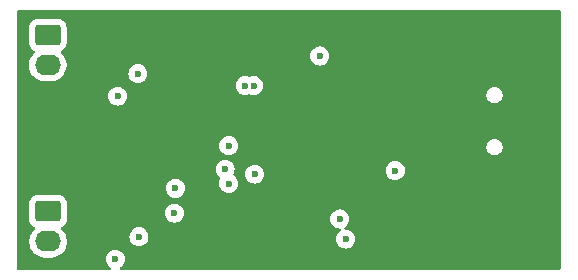
<source format=gbr>
%TF.GenerationSoftware,KiCad,Pcbnew,8.0.6*%
%TF.CreationDate,2025-02-16T10:37:52+01:00*%
%TF.ProjectId,USBTempLogger,55534254-656d-4704-9c6f-676765722e6b,rev?*%
%TF.SameCoordinates,Original*%
%TF.FileFunction,Copper,L2,Inr*%
%TF.FilePolarity,Positive*%
%FSLAX46Y46*%
G04 Gerber Fmt 4.6, Leading zero omitted, Abs format (unit mm)*
G04 Created by KiCad (PCBNEW 8.0.6) date 2025-02-16 10:37:52*
%MOMM*%
%LPD*%
G01*
G04 APERTURE LIST*
G04 Aperture macros list*
%AMRoundRect*
0 Rectangle with rounded corners*
0 $1 Rounding radius*
0 $2 $3 $4 $5 $6 $7 $8 $9 X,Y pos of 4 corners*
0 Add a 4 corners polygon primitive as box body*
4,1,4,$2,$3,$4,$5,$6,$7,$8,$9,$2,$3,0*
0 Add four circle primitives for the rounded corners*
1,1,$1+$1,$2,$3*
1,1,$1+$1,$4,$5*
1,1,$1+$1,$6,$7*
1,1,$1+$1,$8,$9*
0 Add four rect primitives between the rounded corners*
20,1,$1+$1,$2,$3,$4,$5,0*
20,1,$1+$1,$4,$5,$6,$7,0*
20,1,$1+$1,$6,$7,$8,$9,0*
20,1,$1+$1,$8,$9,$2,$3,0*%
G04 Aperture macros list end*
%TA.AperFunction,ComponentPad*%
%ADD10RoundRect,0.250000X-0.845000X0.620000X-0.845000X-0.620000X0.845000X-0.620000X0.845000X0.620000X0*%
%TD*%
%TA.AperFunction,ComponentPad*%
%ADD11O,2.190000X1.740000*%
%TD*%
%TA.AperFunction,ViaPad*%
%ADD12C,0.600000*%
%TD*%
G04 APERTURE END LIST*
D10*
%TO.N,Net-(IC2-T-)*%
%TO.C,J4*%
X140100000Y-102560000D03*
D11*
%TO.N,Net-(IC2-T+)*%
X140100000Y-105100000D03*
%TD*%
D10*
%TO.N,Net-(IC1-T-)*%
%TO.C,J1*%
X140080000Y-87630000D03*
D11*
%TO.N,Net-(IC1-T+)*%
X140080000Y-90170000D03*
%TD*%
D12*
%TO.N,GNDD*%
X171600000Y-101200000D03*
X167900000Y-88100000D03*
X147800000Y-87200000D03*
X149400000Y-92900000D03*
X153200000Y-92200000D03*
X162700000Y-105900000D03*
X162536500Y-93502601D03*
X159300000Y-93400000D03*
X168307485Y-94495657D03*
X167100000Y-104600000D03*
X153400000Y-93900000D03*
X151600000Y-99000000D03*
X147900000Y-100900000D03*
X173700000Y-94100000D03*
X149300000Y-106600000D03*
X157200000Y-95500000D03*
X166300000Y-99500000D03*
%TO.N,+3V3*%
X147800000Y-104700000D03*
X147700000Y-90900000D03*
X155400000Y-97000000D03*
X155400000Y-100200000D03*
X146000000Y-92800000D03*
X157500000Y-91900000D03*
X156800000Y-91900000D03*
X145800000Y-106600000D03*
X164800000Y-103200000D03*
X169500000Y-99100000D03*
X155100000Y-99000000D03*
X165300000Y-104900000D03*
%TO.N,NRST*%
X163100000Y-89400000D03*
X157600000Y-99400000D03*
%TO.N,SCK*%
X150800000Y-102700000D03*
X150890500Y-100600000D03*
%TD*%
%TA.AperFunction,Conductor*%
%TO.N,GNDD*%
G36*
X183442539Y-85520185D02*
G01*
X183488294Y-85572989D01*
X183499500Y-85624500D01*
X183499500Y-107375500D01*
X183479815Y-107442539D01*
X183427011Y-107488294D01*
X183375500Y-107499500D01*
X146303476Y-107499500D01*
X146236437Y-107479815D01*
X146190682Y-107427011D01*
X146180738Y-107357853D01*
X146209763Y-107294297D01*
X146237504Y-107270506D01*
X146302262Y-107229816D01*
X146429816Y-107102262D01*
X146525789Y-106949522D01*
X146585368Y-106779255D01*
X146605565Y-106600000D01*
X146585368Y-106420745D01*
X146525789Y-106250478D01*
X146429816Y-106097738D01*
X146302262Y-105970184D01*
X146149523Y-105874211D01*
X145979254Y-105814631D01*
X145979249Y-105814630D01*
X145800004Y-105794435D01*
X145799996Y-105794435D01*
X145620750Y-105814630D01*
X145620745Y-105814631D01*
X145450476Y-105874211D01*
X145297737Y-105970184D01*
X145170184Y-106097737D01*
X145074211Y-106250476D01*
X145014631Y-106420745D01*
X145014630Y-106420750D01*
X144994435Y-106599996D01*
X144994435Y-106600003D01*
X145014630Y-106779249D01*
X145014631Y-106779254D01*
X145074211Y-106949523D01*
X145170184Y-107102262D01*
X145297738Y-107229816D01*
X145362496Y-107270506D01*
X145408787Y-107322841D01*
X145419435Y-107391894D01*
X145391060Y-107455743D01*
X145332670Y-107494115D01*
X145296524Y-107499500D01*
X137624500Y-107499500D01*
X137557461Y-107479815D01*
X137511706Y-107427011D01*
X137500500Y-107375500D01*
X137500500Y-101889983D01*
X138504500Y-101889983D01*
X138504500Y-103230001D01*
X138504501Y-103230018D01*
X138515000Y-103332796D01*
X138515001Y-103332799D01*
X138565558Y-103485368D01*
X138570186Y-103499334D01*
X138662288Y-103648656D01*
X138786344Y-103772712D01*
X138935666Y-103864814D01*
X138935668Y-103864814D01*
X138935669Y-103864815D01*
X138936348Y-103865132D01*
X138936735Y-103865473D01*
X138941813Y-103868605D01*
X138941277Y-103869472D01*
X138988787Y-103911304D01*
X139007939Y-103978498D01*
X138987723Y-104045379D01*
X138971625Y-104065195D01*
X138829640Y-104207180D01*
X138702843Y-104381700D01*
X138604909Y-104573908D01*
X138538245Y-104779077D01*
X138504500Y-104992133D01*
X138504500Y-105207866D01*
X138535290Y-105402262D01*
X138538246Y-105420926D01*
X138604908Y-105626089D01*
X138702843Y-105818299D01*
X138829641Y-105992821D01*
X138982179Y-106145359D01*
X139156701Y-106272157D01*
X139348911Y-106370092D01*
X139554074Y-106436754D01*
X139633973Y-106449408D01*
X139767134Y-106470500D01*
X139767139Y-106470500D01*
X140432866Y-106470500D01*
X140551230Y-106451752D01*
X140645926Y-106436754D01*
X140851089Y-106370092D01*
X141043299Y-106272157D01*
X141217821Y-106145359D01*
X141370359Y-105992821D01*
X141497157Y-105818299D01*
X141595092Y-105626089D01*
X141661754Y-105420926D01*
X141676752Y-105326230D01*
X141695500Y-105207866D01*
X141695500Y-104992133D01*
X141661754Y-104779077D01*
X141661754Y-104779074D01*
X141636060Y-104699996D01*
X146994435Y-104699996D01*
X146994435Y-104700003D01*
X147014630Y-104879249D01*
X147014631Y-104879254D01*
X147074211Y-105049523D01*
X147170184Y-105202262D01*
X147297738Y-105329816D01*
X147388080Y-105386582D01*
X147442738Y-105420926D01*
X147450478Y-105425789D01*
X147620745Y-105485368D01*
X147620750Y-105485369D01*
X147799996Y-105505565D01*
X147800000Y-105505565D01*
X147800004Y-105505565D01*
X147979249Y-105485369D01*
X147979252Y-105485368D01*
X147979255Y-105485368D01*
X148149522Y-105425789D01*
X148302262Y-105329816D01*
X148429816Y-105202262D01*
X148525789Y-105049522D01*
X148585368Y-104879255D01*
X148585369Y-104879249D01*
X148605565Y-104700003D01*
X148605565Y-104699996D01*
X148585369Y-104520750D01*
X148585368Y-104520745D01*
X148542326Y-104397738D01*
X148525789Y-104350478D01*
X148429816Y-104197738D01*
X148302262Y-104070184D01*
X148294322Y-104065195D01*
X148149523Y-103974211D01*
X147979254Y-103914631D01*
X147979249Y-103914630D01*
X147800004Y-103894435D01*
X147799996Y-103894435D01*
X147620750Y-103914630D01*
X147620745Y-103914631D01*
X147450476Y-103974211D01*
X147297737Y-104070184D01*
X147170184Y-104197737D01*
X147074211Y-104350476D01*
X147014631Y-104520745D01*
X147014630Y-104520750D01*
X146994435Y-104699996D01*
X141636060Y-104699996D01*
X141595092Y-104573911D01*
X141497157Y-104381701D01*
X141370359Y-104207179D01*
X141228375Y-104065195D01*
X141194890Y-104003872D01*
X141199874Y-103934180D01*
X141241746Y-103878247D01*
X141263657Y-103865129D01*
X141264322Y-103864817D01*
X141264334Y-103864814D01*
X141413656Y-103772712D01*
X141537712Y-103648656D01*
X141629814Y-103499334D01*
X141684999Y-103332797D01*
X141695500Y-103230009D01*
X141695500Y-102699996D01*
X149994435Y-102699996D01*
X149994435Y-102700003D01*
X150014630Y-102879249D01*
X150014631Y-102879254D01*
X150074211Y-103049523D01*
X150168760Y-103199996D01*
X150170184Y-103202262D01*
X150297738Y-103329816D01*
X150450478Y-103425789D01*
X150620745Y-103485368D01*
X150620750Y-103485369D01*
X150799996Y-103505565D01*
X150800000Y-103505565D01*
X150800004Y-103505565D01*
X150979249Y-103485369D01*
X150979252Y-103485368D01*
X150979255Y-103485368D01*
X151149522Y-103425789D01*
X151302262Y-103329816D01*
X151429816Y-103202262D01*
X151431240Y-103199996D01*
X163994435Y-103199996D01*
X163994435Y-103200003D01*
X164014630Y-103379249D01*
X164014631Y-103379254D01*
X164074211Y-103549523D01*
X164170184Y-103702262D01*
X164297738Y-103829816D01*
X164377106Y-103879686D01*
X164432721Y-103914632D01*
X164450478Y-103925789D01*
X164489925Y-103939592D01*
X164620745Y-103985368D01*
X164620750Y-103985369D01*
X164803041Y-104005908D01*
X164867455Y-104032974D01*
X164907010Y-104090569D01*
X164909148Y-104160406D01*
X164873190Y-104220312D01*
X164855131Y-104234121D01*
X164797739Y-104270182D01*
X164670184Y-104397737D01*
X164574211Y-104550476D01*
X164514631Y-104720745D01*
X164514630Y-104720750D01*
X164494435Y-104899996D01*
X164494435Y-104900003D01*
X164514630Y-105079249D01*
X164514631Y-105079254D01*
X164574211Y-105249523D01*
X164624662Y-105329815D01*
X164670184Y-105402262D01*
X164797738Y-105529816D01*
X164950478Y-105625789D01*
X165120745Y-105685368D01*
X165120750Y-105685369D01*
X165299996Y-105705565D01*
X165300000Y-105705565D01*
X165300004Y-105705565D01*
X165479249Y-105685369D01*
X165479252Y-105685368D01*
X165479255Y-105685368D01*
X165649522Y-105625789D01*
X165802262Y-105529816D01*
X165929816Y-105402262D01*
X166025789Y-105249522D01*
X166085368Y-105079255D01*
X166095184Y-104992139D01*
X166105565Y-104900003D01*
X166105565Y-104899996D01*
X166085369Y-104720750D01*
X166085368Y-104720745D01*
X166078108Y-104699996D01*
X166025789Y-104550478D01*
X166007106Y-104520745D01*
X165929815Y-104397737D01*
X165802262Y-104270184D01*
X165649523Y-104174211D01*
X165479254Y-104114631D01*
X165479250Y-104114630D01*
X165296957Y-104094091D01*
X165232543Y-104067024D01*
X165192988Y-104009429D01*
X165190851Y-103939592D01*
X165226809Y-103879686D01*
X165244856Y-103865886D01*
X165302262Y-103829816D01*
X165429816Y-103702262D01*
X165525789Y-103549522D01*
X165585368Y-103379255D01*
X165585369Y-103379249D01*
X165605565Y-103200003D01*
X165605565Y-103199996D01*
X165585369Y-103020750D01*
X165585368Y-103020745D01*
X165525789Y-102850478D01*
X165429816Y-102697738D01*
X165302262Y-102570184D01*
X165149523Y-102474211D01*
X164979254Y-102414631D01*
X164979249Y-102414630D01*
X164800004Y-102394435D01*
X164799996Y-102394435D01*
X164620750Y-102414630D01*
X164620745Y-102414631D01*
X164450476Y-102474211D01*
X164297737Y-102570184D01*
X164170184Y-102697737D01*
X164074211Y-102850476D01*
X164014631Y-103020745D01*
X164014630Y-103020750D01*
X163994435Y-103199996D01*
X151431240Y-103199996D01*
X151525789Y-103049522D01*
X151585368Y-102879255D01*
X151585369Y-102879249D01*
X151605565Y-102700003D01*
X151605565Y-102699996D01*
X151585369Y-102520750D01*
X151585368Y-102520745D01*
X151525788Y-102350476D01*
X151429815Y-102197737D01*
X151302262Y-102070184D01*
X151149523Y-101974211D01*
X150979254Y-101914631D01*
X150979249Y-101914630D01*
X150800004Y-101894435D01*
X150799996Y-101894435D01*
X150620750Y-101914630D01*
X150620745Y-101914631D01*
X150450476Y-101974211D01*
X150297737Y-102070184D01*
X150170184Y-102197737D01*
X150074211Y-102350476D01*
X150014631Y-102520745D01*
X150014630Y-102520750D01*
X149994435Y-102699996D01*
X141695500Y-102699996D01*
X141695499Y-101889992D01*
X141684999Y-101787203D01*
X141629814Y-101620666D01*
X141537712Y-101471344D01*
X141413656Y-101347288D01*
X141264334Y-101255186D01*
X141097797Y-101200001D01*
X141097795Y-101200000D01*
X140995010Y-101189500D01*
X139204998Y-101189500D01*
X139204981Y-101189501D01*
X139102203Y-101200000D01*
X139102200Y-101200001D01*
X138935668Y-101255185D01*
X138935663Y-101255187D01*
X138786342Y-101347289D01*
X138662289Y-101471342D01*
X138570187Y-101620663D01*
X138570186Y-101620666D01*
X138515001Y-101787203D01*
X138515001Y-101787204D01*
X138515000Y-101787204D01*
X138504500Y-101889983D01*
X137500500Y-101889983D01*
X137500500Y-100599996D01*
X150084935Y-100599996D01*
X150084935Y-100600003D01*
X150105130Y-100779249D01*
X150105131Y-100779254D01*
X150164711Y-100949523D01*
X150187235Y-100985369D01*
X150260684Y-101102262D01*
X150388238Y-101229816D01*
X150540978Y-101325789D01*
X150711245Y-101385368D01*
X150711250Y-101385369D01*
X150890496Y-101405565D01*
X150890500Y-101405565D01*
X150890504Y-101405565D01*
X151069749Y-101385369D01*
X151069752Y-101385368D01*
X151069755Y-101385368D01*
X151240022Y-101325789D01*
X151392762Y-101229816D01*
X151520316Y-101102262D01*
X151616289Y-100949522D01*
X151675868Y-100779255D01*
X151696065Y-100600000D01*
X151675868Y-100420745D01*
X151616289Y-100250478D01*
X151520316Y-100097738D01*
X151392762Y-99970184D01*
X151289922Y-99905565D01*
X151240023Y-99874211D01*
X151069754Y-99814631D01*
X151069749Y-99814630D01*
X150890504Y-99794435D01*
X150890496Y-99794435D01*
X150711250Y-99814630D01*
X150711245Y-99814631D01*
X150540976Y-99874211D01*
X150388237Y-99970184D01*
X150260684Y-100097737D01*
X150164711Y-100250476D01*
X150105131Y-100420745D01*
X150105130Y-100420750D01*
X150084935Y-100599996D01*
X137500500Y-100599996D01*
X137500500Y-98999996D01*
X154294435Y-98999996D01*
X154294435Y-99000003D01*
X154314630Y-99179249D01*
X154314631Y-99179254D01*
X154374211Y-99349523D01*
X154470184Y-99502262D01*
X154597740Y-99629818D01*
X154646974Y-99660753D01*
X154693266Y-99713087D01*
X154703915Y-99782141D01*
X154685999Y-99831715D01*
X154674210Y-99850478D01*
X154614633Y-100020737D01*
X154614630Y-100020750D01*
X154594435Y-100199996D01*
X154594435Y-100200003D01*
X154614630Y-100379249D01*
X154614631Y-100379254D01*
X154674211Y-100549523D01*
X154705926Y-100599996D01*
X154770184Y-100702262D01*
X154897738Y-100829816D01*
X155050478Y-100925789D01*
X155118306Y-100949523D01*
X155220745Y-100985368D01*
X155220750Y-100985369D01*
X155399996Y-101005565D01*
X155400000Y-101005565D01*
X155400004Y-101005565D01*
X155579249Y-100985369D01*
X155579252Y-100985368D01*
X155579255Y-100985368D01*
X155749522Y-100925789D01*
X155902262Y-100829816D01*
X156029816Y-100702262D01*
X156125789Y-100549522D01*
X156185368Y-100379255D01*
X156205565Y-100200000D01*
X156203916Y-100185369D01*
X156185369Y-100020750D01*
X156185368Y-100020745D01*
X156137998Y-99885369D01*
X156125789Y-99850478D01*
X156113999Y-99831715D01*
X156047816Y-99726385D01*
X156029816Y-99697738D01*
X155902262Y-99570184D01*
X155902260Y-99570182D01*
X155853022Y-99539244D01*
X155806732Y-99486910D01*
X155796084Y-99417856D01*
X155802539Y-99399996D01*
X156794435Y-99399996D01*
X156794435Y-99400003D01*
X156814630Y-99579249D01*
X156814631Y-99579254D01*
X156874211Y-99749523D01*
X156937646Y-99850478D01*
X156970184Y-99902262D01*
X157097738Y-100029816D01*
X157188080Y-100086582D01*
X157205833Y-100097737D01*
X157250478Y-100125789D01*
X157420745Y-100185368D01*
X157420750Y-100185369D01*
X157599996Y-100205565D01*
X157600000Y-100205565D01*
X157600004Y-100205565D01*
X157779249Y-100185369D01*
X157779252Y-100185368D01*
X157779255Y-100185368D01*
X157949522Y-100125789D01*
X158102262Y-100029816D01*
X158229816Y-99902262D01*
X158325789Y-99749522D01*
X158385368Y-99579255D01*
X158386390Y-99570184D01*
X158405565Y-99400003D01*
X158405565Y-99399996D01*
X158385369Y-99220750D01*
X158385368Y-99220745D01*
X158370848Y-99179249D01*
X158343116Y-99099996D01*
X168694435Y-99099996D01*
X168694435Y-99100003D01*
X168714630Y-99279249D01*
X168714631Y-99279254D01*
X168774211Y-99449523D01*
X168830587Y-99539244D01*
X168870184Y-99602262D01*
X168997738Y-99729816D01*
X169081013Y-99782141D01*
X169132721Y-99814632D01*
X169150478Y-99825789D01*
X169288860Y-99874211D01*
X169320745Y-99885368D01*
X169320750Y-99885369D01*
X169499996Y-99905565D01*
X169500000Y-99905565D01*
X169500004Y-99905565D01*
X169679249Y-99885369D01*
X169679252Y-99885368D01*
X169679255Y-99885368D01*
X169849522Y-99825789D01*
X170002262Y-99729816D01*
X170129816Y-99602262D01*
X170225789Y-99449522D01*
X170285368Y-99279255D01*
X170291960Y-99220750D01*
X170305565Y-99100003D01*
X170305565Y-99099996D01*
X170285369Y-98920750D01*
X170285368Y-98920745D01*
X170225789Y-98750478D01*
X170129816Y-98597738D01*
X170002262Y-98470184D01*
X169849523Y-98374211D01*
X169679254Y-98314631D01*
X169679249Y-98314630D01*
X169500004Y-98294435D01*
X169499996Y-98294435D01*
X169320750Y-98314630D01*
X169320745Y-98314631D01*
X169150476Y-98374211D01*
X168997737Y-98470184D01*
X168870184Y-98597737D01*
X168774211Y-98750476D01*
X168714631Y-98920745D01*
X168714630Y-98920750D01*
X168694435Y-99099996D01*
X158343116Y-99099996D01*
X158325789Y-99050478D01*
X158229816Y-98897738D01*
X158102262Y-98770184D01*
X158070897Y-98750476D01*
X157949523Y-98674211D01*
X157779254Y-98614631D01*
X157779249Y-98614630D01*
X157600004Y-98594435D01*
X157599996Y-98594435D01*
X157420750Y-98614630D01*
X157420745Y-98614631D01*
X157250476Y-98674211D01*
X157097737Y-98770184D01*
X156970184Y-98897737D01*
X156874211Y-99050476D01*
X156814631Y-99220745D01*
X156814630Y-99220750D01*
X156794435Y-99399996D01*
X155802539Y-99399996D01*
X155814001Y-99368282D01*
X155825789Y-99349522D01*
X155885368Y-99179255D01*
X155885369Y-99179249D01*
X155905565Y-99000003D01*
X155905565Y-98999996D01*
X155885369Y-98820750D01*
X155885368Y-98820745D01*
X155867676Y-98770184D01*
X155825789Y-98650478D01*
X155803265Y-98614632D01*
X155729815Y-98497737D01*
X155602262Y-98370184D01*
X155449523Y-98274211D01*
X155279254Y-98214631D01*
X155279249Y-98214630D01*
X155100004Y-98194435D01*
X155099996Y-98194435D01*
X154920750Y-98214630D01*
X154920745Y-98214631D01*
X154750476Y-98274211D01*
X154597737Y-98370184D01*
X154470184Y-98497737D01*
X154374211Y-98650476D01*
X154314631Y-98820745D01*
X154314630Y-98820750D01*
X154294435Y-98999996D01*
X137500500Y-98999996D01*
X137500500Y-96999996D01*
X154594435Y-96999996D01*
X154594435Y-97000003D01*
X154614630Y-97179249D01*
X154614631Y-97179254D01*
X154674211Y-97349523D01*
X154725920Y-97431817D01*
X154770184Y-97502262D01*
X154897738Y-97629816D01*
X155050478Y-97725789D01*
X155187051Y-97773578D01*
X155220745Y-97785368D01*
X155220750Y-97785369D01*
X155399996Y-97805565D01*
X155400000Y-97805565D01*
X155400004Y-97805565D01*
X155579249Y-97785369D01*
X155579252Y-97785368D01*
X155579255Y-97785368D01*
X155749522Y-97725789D01*
X155902262Y-97629816D01*
X156029816Y-97502262D01*
X156125789Y-97349522D01*
X156185368Y-97179255D01*
X156186524Y-97168995D01*
X177199499Y-97168995D01*
X177226418Y-97304322D01*
X177226421Y-97304332D01*
X177279221Y-97431804D01*
X177279228Y-97431817D01*
X177355885Y-97546541D01*
X177355888Y-97546545D01*
X177453454Y-97644111D01*
X177453458Y-97644114D01*
X177568182Y-97720771D01*
X177568195Y-97720778D01*
X177695667Y-97773578D01*
X177695672Y-97773580D01*
X177695676Y-97773580D01*
X177695677Y-97773581D01*
X177831004Y-97800500D01*
X177831007Y-97800500D01*
X177968995Y-97800500D01*
X178060041Y-97782389D01*
X178104328Y-97773580D01*
X178231811Y-97720775D01*
X178346542Y-97644114D01*
X178444114Y-97546542D01*
X178520775Y-97431811D01*
X178573580Y-97304328D01*
X178600500Y-97168993D01*
X178600500Y-97031007D01*
X178600500Y-97031004D01*
X178573581Y-96895677D01*
X178573580Y-96895676D01*
X178573580Y-96895672D01*
X178573578Y-96895667D01*
X178520778Y-96768195D01*
X178520771Y-96768182D01*
X178444114Y-96653458D01*
X178444111Y-96653454D01*
X178346545Y-96555888D01*
X178346541Y-96555885D01*
X178231817Y-96479228D01*
X178231804Y-96479221D01*
X178104332Y-96426421D01*
X178104322Y-96426418D01*
X177968995Y-96399500D01*
X177968993Y-96399500D01*
X177831007Y-96399500D01*
X177831005Y-96399500D01*
X177695677Y-96426418D01*
X177695667Y-96426421D01*
X177568195Y-96479221D01*
X177568182Y-96479228D01*
X177453458Y-96555885D01*
X177453454Y-96555888D01*
X177355888Y-96653454D01*
X177355885Y-96653458D01*
X177279228Y-96768182D01*
X177279221Y-96768195D01*
X177226421Y-96895667D01*
X177226418Y-96895677D01*
X177199500Y-97031004D01*
X177199500Y-97031007D01*
X177199500Y-97168993D01*
X177199500Y-97168995D01*
X177199499Y-97168995D01*
X156186524Y-97168995D01*
X156205565Y-97000003D01*
X156205565Y-96999996D01*
X156185369Y-96820750D01*
X156185368Y-96820745D01*
X156166975Y-96768182D01*
X156125789Y-96650478D01*
X156029816Y-96497738D01*
X155902262Y-96370184D01*
X155749523Y-96274211D01*
X155579254Y-96214631D01*
X155579249Y-96214630D01*
X155400004Y-96194435D01*
X155399996Y-96194435D01*
X155220750Y-96214630D01*
X155220745Y-96214631D01*
X155050476Y-96274211D01*
X154897737Y-96370184D01*
X154770184Y-96497737D01*
X154674211Y-96650476D01*
X154614631Y-96820745D01*
X154614630Y-96820750D01*
X154594435Y-96999996D01*
X137500500Y-96999996D01*
X137500500Y-92799996D01*
X145194435Y-92799996D01*
X145194435Y-92800003D01*
X145214630Y-92979249D01*
X145214631Y-92979254D01*
X145274211Y-93149523D01*
X145333645Y-93244111D01*
X145370184Y-93302262D01*
X145497738Y-93429816D01*
X145650478Y-93525789D01*
X145820745Y-93585368D01*
X145820750Y-93585369D01*
X145999996Y-93605565D01*
X146000000Y-93605565D01*
X146000004Y-93605565D01*
X146179249Y-93585369D01*
X146179252Y-93585368D01*
X146179255Y-93585368D01*
X146349522Y-93525789D01*
X146502262Y-93429816D01*
X146629816Y-93302262D01*
X146725789Y-93149522D01*
X146785368Y-92979255D01*
X146805565Y-92800000D01*
X146802071Y-92768995D01*
X177199499Y-92768995D01*
X177226418Y-92904322D01*
X177226421Y-92904332D01*
X177279221Y-93031804D01*
X177279228Y-93031817D01*
X177355885Y-93146541D01*
X177355888Y-93146545D01*
X177453454Y-93244111D01*
X177453458Y-93244114D01*
X177568182Y-93320771D01*
X177568195Y-93320778D01*
X177695667Y-93373578D01*
X177695672Y-93373580D01*
X177695676Y-93373580D01*
X177695677Y-93373581D01*
X177831004Y-93400500D01*
X177831007Y-93400500D01*
X177968995Y-93400500D01*
X178060041Y-93382389D01*
X178104328Y-93373580D01*
X178231811Y-93320775D01*
X178346542Y-93244114D01*
X178444114Y-93146542D01*
X178520775Y-93031811D01*
X178573580Y-92904328D01*
X178594332Y-92800003D01*
X178600500Y-92768995D01*
X178600500Y-92631004D01*
X178573581Y-92495677D01*
X178573580Y-92495676D01*
X178573580Y-92495672D01*
X178554859Y-92450476D01*
X178520778Y-92368195D01*
X178520771Y-92368182D01*
X178444114Y-92253458D01*
X178444111Y-92253454D01*
X178346545Y-92155888D01*
X178346541Y-92155885D01*
X178231817Y-92079228D01*
X178231804Y-92079221D01*
X178104332Y-92026421D01*
X178104322Y-92026418D01*
X177968995Y-91999500D01*
X177968993Y-91999500D01*
X177831007Y-91999500D01*
X177831005Y-91999500D01*
X177695677Y-92026418D01*
X177695667Y-92026421D01*
X177568195Y-92079221D01*
X177568182Y-92079228D01*
X177453458Y-92155885D01*
X177453454Y-92155888D01*
X177355888Y-92253454D01*
X177355885Y-92253458D01*
X177279228Y-92368182D01*
X177279221Y-92368195D01*
X177226421Y-92495667D01*
X177226418Y-92495677D01*
X177199500Y-92631004D01*
X177199500Y-92631007D01*
X177199500Y-92768993D01*
X177199500Y-92768995D01*
X177199499Y-92768995D01*
X146802071Y-92768995D01*
X146802071Y-92768993D01*
X146785369Y-92620750D01*
X146785368Y-92620745D01*
X146725789Y-92450478D01*
X146629816Y-92297738D01*
X146502262Y-92170184D01*
X146479505Y-92155885D01*
X146349523Y-92074211D01*
X146179254Y-92014631D01*
X146179249Y-92014630D01*
X146000004Y-91994435D01*
X145999996Y-91994435D01*
X145820750Y-92014630D01*
X145820745Y-92014631D01*
X145650476Y-92074211D01*
X145497737Y-92170184D01*
X145370184Y-92297737D01*
X145274211Y-92450476D01*
X145214631Y-92620745D01*
X145214630Y-92620750D01*
X145194435Y-92799996D01*
X137500500Y-92799996D01*
X137500500Y-91899996D01*
X155994435Y-91899996D01*
X155994435Y-91900003D01*
X156014630Y-92079249D01*
X156014631Y-92079254D01*
X156074211Y-92249523D01*
X156104507Y-92297738D01*
X156170184Y-92402262D01*
X156297738Y-92529816D01*
X156388080Y-92586582D01*
X156442450Y-92620745D01*
X156450478Y-92625789D01*
X156620739Y-92685366D01*
X156620745Y-92685368D01*
X156620750Y-92685369D01*
X156799996Y-92705565D01*
X156800000Y-92705565D01*
X156800004Y-92705565D01*
X156979249Y-92685369D01*
X156979251Y-92685368D01*
X156979255Y-92685368D01*
X156979258Y-92685366D01*
X156979262Y-92685366D01*
X157109045Y-92639953D01*
X157178824Y-92636391D01*
X157190955Y-92639953D01*
X157320737Y-92685366D01*
X157320743Y-92685367D01*
X157320745Y-92685368D01*
X157320746Y-92685368D01*
X157320750Y-92685369D01*
X157499996Y-92705565D01*
X157500000Y-92705565D01*
X157500004Y-92705565D01*
X157679249Y-92685369D01*
X157679252Y-92685368D01*
X157679255Y-92685368D01*
X157849522Y-92625789D01*
X158002262Y-92529816D01*
X158129816Y-92402262D01*
X158225789Y-92249522D01*
X158285368Y-92079255D01*
X158285371Y-92079228D01*
X158305565Y-91900003D01*
X158305565Y-91899996D01*
X158285369Y-91720750D01*
X158285368Y-91720745D01*
X158225788Y-91550476D01*
X158156429Y-91440092D01*
X158129816Y-91397738D01*
X158002262Y-91270184D01*
X157915004Y-91215356D01*
X157849523Y-91174211D01*
X157679254Y-91114631D01*
X157679249Y-91114630D01*
X157500004Y-91094435D01*
X157499996Y-91094435D01*
X157320750Y-91114630D01*
X157320742Y-91114632D01*
X157190954Y-91160047D01*
X157121175Y-91163608D01*
X157109046Y-91160047D01*
X156979257Y-91114632D01*
X156979249Y-91114630D01*
X156800004Y-91094435D01*
X156799996Y-91094435D01*
X156620750Y-91114630D01*
X156620745Y-91114631D01*
X156450476Y-91174211D01*
X156297737Y-91270184D01*
X156170184Y-91397737D01*
X156074211Y-91550476D01*
X156014631Y-91720745D01*
X156014630Y-91720750D01*
X155994435Y-91899996D01*
X137500500Y-91899996D01*
X137500500Y-86959983D01*
X138484500Y-86959983D01*
X138484500Y-88300001D01*
X138484501Y-88300018D01*
X138495000Y-88402796D01*
X138495001Y-88402799D01*
X138550185Y-88569331D01*
X138550186Y-88569334D01*
X138642288Y-88718656D01*
X138766344Y-88842712D01*
X138915666Y-88934814D01*
X138915668Y-88934814D01*
X138915669Y-88934815D01*
X138916348Y-88935132D01*
X138916735Y-88935473D01*
X138921813Y-88938605D01*
X138921277Y-88939472D01*
X138968787Y-88981304D01*
X138987939Y-89048498D01*
X138967723Y-89115379D01*
X138951625Y-89135195D01*
X138809640Y-89277180D01*
X138682843Y-89451700D01*
X138584909Y-89643908D01*
X138518245Y-89849077D01*
X138484500Y-90062133D01*
X138484500Y-90277866D01*
X138518245Y-90490922D01*
X138518246Y-90490926D01*
X138584908Y-90696089D01*
X138682843Y-90888299D01*
X138809641Y-91062821D01*
X138962179Y-91215359D01*
X139136701Y-91342157D01*
X139328911Y-91440092D01*
X139534074Y-91506754D01*
X139613973Y-91519408D01*
X139747134Y-91540500D01*
X139747139Y-91540500D01*
X140412866Y-91540500D01*
X140531230Y-91521752D01*
X140625926Y-91506754D01*
X140831089Y-91440092D01*
X141023299Y-91342157D01*
X141197821Y-91215359D01*
X141350359Y-91062821D01*
X141468659Y-90899996D01*
X146894435Y-90899996D01*
X146894435Y-90900003D01*
X146914630Y-91079249D01*
X146914631Y-91079254D01*
X146974211Y-91249523D01*
X147032417Y-91342156D01*
X147070184Y-91402262D01*
X147197738Y-91529816D01*
X147350478Y-91625789D01*
X147520745Y-91685368D01*
X147520750Y-91685369D01*
X147699996Y-91705565D01*
X147700000Y-91705565D01*
X147700004Y-91705565D01*
X147879249Y-91685369D01*
X147879252Y-91685368D01*
X147879255Y-91685368D01*
X148049522Y-91625789D01*
X148202262Y-91529816D01*
X148329816Y-91402262D01*
X148425789Y-91249522D01*
X148485368Y-91079255D01*
X148485369Y-91079249D01*
X148505565Y-90900003D01*
X148505565Y-90899996D01*
X148485369Y-90720750D01*
X148485368Y-90720745D01*
X148425788Y-90550476D01*
X148329815Y-90397737D01*
X148202262Y-90270184D01*
X148049523Y-90174211D01*
X147879254Y-90114631D01*
X147879249Y-90114630D01*
X147700004Y-90094435D01*
X147699996Y-90094435D01*
X147520750Y-90114630D01*
X147520745Y-90114631D01*
X147350476Y-90174211D01*
X147197737Y-90270184D01*
X147070184Y-90397737D01*
X146974211Y-90550476D01*
X146914631Y-90720745D01*
X146914630Y-90720750D01*
X146894435Y-90899996D01*
X141468659Y-90899996D01*
X141477157Y-90888299D01*
X141575092Y-90696089D01*
X141641754Y-90490926D01*
X141656752Y-90396230D01*
X141675500Y-90277866D01*
X141675500Y-90062133D01*
X141641754Y-89849077D01*
X141641754Y-89849074D01*
X141575092Y-89643911D01*
X141477157Y-89451701D01*
X141439591Y-89399996D01*
X162294435Y-89399996D01*
X162294435Y-89400003D01*
X162314630Y-89579249D01*
X162314631Y-89579254D01*
X162374211Y-89749523D01*
X162470184Y-89902262D01*
X162597738Y-90029816D01*
X162649170Y-90062133D01*
X162732721Y-90114632D01*
X162750478Y-90125789D01*
X162888860Y-90174211D01*
X162920745Y-90185368D01*
X162920750Y-90185369D01*
X163099996Y-90205565D01*
X163100000Y-90205565D01*
X163100004Y-90205565D01*
X163279249Y-90185369D01*
X163279252Y-90185368D01*
X163279255Y-90185368D01*
X163449522Y-90125789D01*
X163602262Y-90029816D01*
X163729816Y-89902262D01*
X163825789Y-89749522D01*
X163885368Y-89579255D01*
X163905565Y-89400000D01*
X163891726Y-89277177D01*
X163885369Y-89220750D01*
X163885368Y-89220745D01*
X163825788Y-89050476D01*
X163729815Y-88897737D01*
X163602262Y-88770184D01*
X163449523Y-88674211D01*
X163279254Y-88614631D01*
X163279249Y-88614630D01*
X163100004Y-88594435D01*
X163099996Y-88594435D01*
X162920750Y-88614630D01*
X162920745Y-88614631D01*
X162750476Y-88674211D01*
X162597737Y-88770184D01*
X162470184Y-88897737D01*
X162374211Y-89050476D01*
X162314631Y-89220745D01*
X162314630Y-89220750D01*
X162294435Y-89399996D01*
X141439591Y-89399996D01*
X141350359Y-89277179D01*
X141208375Y-89135195D01*
X141174890Y-89073872D01*
X141179874Y-89004180D01*
X141221746Y-88948247D01*
X141243657Y-88935129D01*
X141244322Y-88934817D01*
X141244334Y-88934814D01*
X141393656Y-88842712D01*
X141517712Y-88718656D01*
X141609814Y-88569334D01*
X141664999Y-88402797D01*
X141675500Y-88300009D01*
X141675499Y-86959992D01*
X141664999Y-86857203D01*
X141609814Y-86690666D01*
X141517712Y-86541344D01*
X141393656Y-86417288D01*
X141244334Y-86325186D01*
X141077797Y-86270001D01*
X141077795Y-86270000D01*
X140975010Y-86259500D01*
X139184998Y-86259500D01*
X139184981Y-86259501D01*
X139082203Y-86270000D01*
X139082200Y-86270001D01*
X138915668Y-86325185D01*
X138915663Y-86325187D01*
X138766342Y-86417289D01*
X138642289Y-86541342D01*
X138550187Y-86690663D01*
X138550186Y-86690666D01*
X138495001Y-86857203D01*
X138495001Y-86857204D01*
X138495000Y-86857204D01*
X138484500Y-86959983D01*
X137500500Y-86959983D01*
X137500500Y-85624500D01*
X137520185Y-85557461D01*
X137572989Y-85511706D01*
X137624500Y-85500500D01*
X183375500Y-85500500D01*
X183442539Y-85520185D01*
G37*
%TD.AperFunction*%
%TD*%
M02*

</source>
